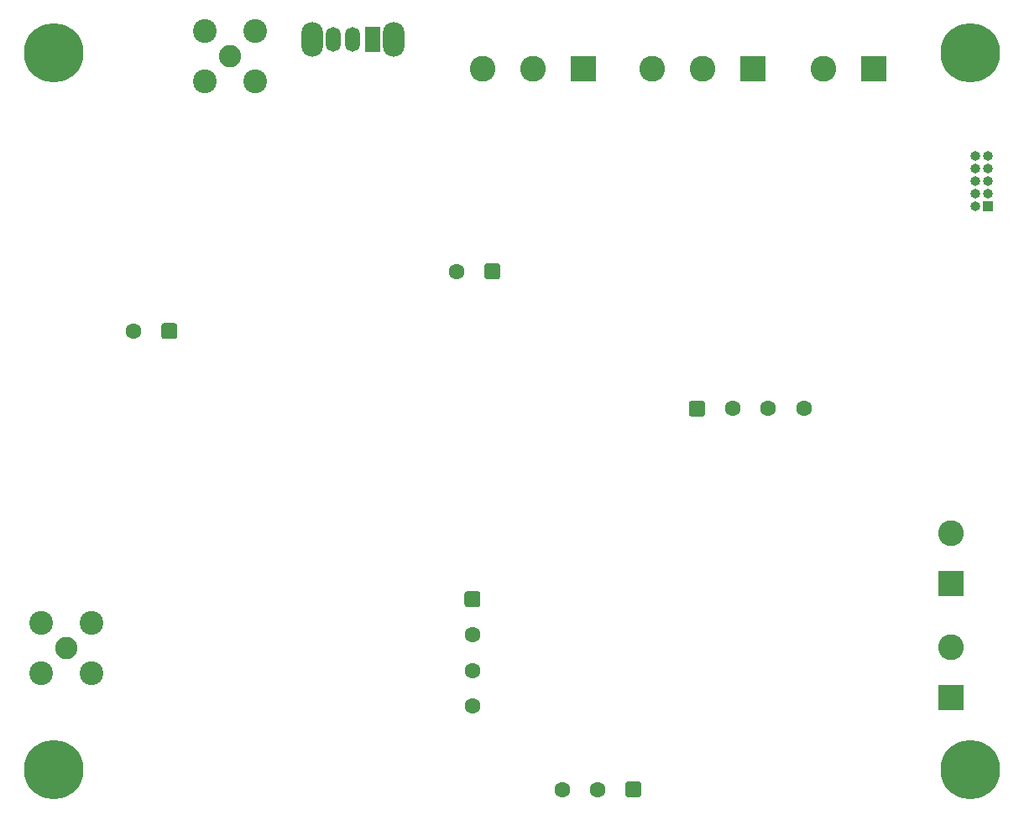
<source format=gbr>
%TF.GenerationSoftware,KiCad,Pcbnew,(5.1.8)-1*%
%TF.CreationDate,2021-01-18T01:00:06-05:00*%
%TF.ProjectId,Mercury,4d657263-7572-4792-9e6b-696361645f70,rev?*%
%TF.SameCoordinates,Original*%
%TF.FileFunction,Soldermask,Bot*%
%TF.FilePolarity,Negative*%
%FSLAX46Y46*%
G04 Gerber Fmt 4.6, Leading zero omitted, Abs format (unit mm)*
G04 Created by KiCad (PCBNEW (5.1.8)-1) date 2021-01-18 01:00:06*
%MOMM*%
%LPD*%
G01*
G04 APERTURE LIST*
%ADD10C,1.600000*%
%ADD11R,2.600000X2.600000*%
%ADD12C,2.600000*%
%ADD13C,6.000000*%
%ADD14C,0.800000*%
%ADD15O,1.000000X1.000000*%
%ADD16R,1.000000X1.000000*%
%ADD17C,2.250000*%
%ADD18C,2.400000*%
%ADD19O,2.200000X3.500000*%
%ADD20O,1.500000X2.500000*%
%ADD21R,1.500000X2.500000*%
G04 APERTURE END LIST*
%TO.C,J5*%
G36*
G01*
X59870000Y-75040000D02*
X60970000Y-75040000D01*
G75*
G02*
X61220000Y-75290000I0J-250000D01*
G01*
X61220000Y-76390000D01*
G75*
G02*
X60970000Y-76640000I-250000J0D01*
G01*
X59870000Y-76640000D01*
G75*
G02*
X59620000Y-76390000I0J250000D01*
G01*
X59620000Y-75290000D01*
G75*
G02*
X59870000Y-75040000I250000J0D01*
G01*
G37*
D10*
X60420000Y-79440000D03*
X60420000Y-83040000D03*
X60420000Y-86640000D03*
%TD*%
D11*
%TO.C,J8*%
X108720000Y-74240000D03*
D12*
X108720000Y-69160000D03*
%TD*%
%TO.C,J3*%
G36*
G01*
X77444500Y-94509500D02*
X77444500Y-95609500D01*
G75*
G02*
X77194500Y-95859500I-250000J0D01*
G01*
X76094500Y-95859500D01*
G75*
G02*
X75844500Y-95609500I0J250000D01*
G01*
X75844500Y-94509500D01*
G75*
G02*
X76094500Y-94259500I250000J0D01*
G01*
X77194500Y-94259500D01*
G75*
G02*
X77444500Y-94509500I0J-250000D01*
G01*
G37*
D10*
X73044500Y-95059500D03*
X69444500Y-95059500D03*
%TD*%
D13*
%TO.C,H4*%
X110620000Y-20640000D03*
D14*
X108370000Y-20640000D03*
X109029010Y-19049010D03*
X110620000Y-18390000D03*
X112210990Y-19049010D03*
X112870000Y-20640000D03*
X112210990Y-22230990D03*
X110620000Y-22890000D03*
X109029010Y-22230990D03*
%TD*%
%TO.C,J6*%
G36*
G01*
X82260000Y-57160000D02*
X82260000Y-56060000D01*
G75*
G02*
X82510000Y-55810000I250000J0D01*
G01*
X83610000Y-55810000D01*
G75*
G02*
X83860000Y-56060000I0J-250000D01*
G01*
X83860000Y-57160000D01*
G75*
G02*
X83610000Y-57410000I-250000J0D01*
G01*
X82510000Y-57410000D01*
G75*
G02*
X82260000Y-57160000I0J250000D01*
G01*
G37*
D10*
X86660000Y-56610000D03*
X90260000Y-56610000D03*
X93860000Y-56610000D03*
%TD*%
%TO.C,J2*%
G36*
G01*
X63220000Y-42190000D02*
X63220000Y-43290000D01*
G75*
G02*
X62970000Y-43540000I-250000J0D01*
G01*
X61870000Y-43540000D01*
G75*
G02*
X61620000Y-43290000I0J250000D01*
G01*
X61620000Y-42190000D01*
G75*
G02*
X61870000Y-41940000I250000J0D01*
G01*
X62970000Y-41940000D01*
G75*
G02*
X63220000Y-42190000I0J-250000D01*
G01*
G37*
X58820000Y-42740000D03*
%TD*%
D13*
%TO.C,H3*%
X18220000Y-20640000D03*
D14*
X15970000Y-20640000D03*
X16629010Y-19049010D03*
X18220000Y-18390000D03*
X19810990Y-19049010D03*
X20470000Y-20640000D03*
X19810990Y-22230990D03*
X18220000Y-22890000D03*
X16629010Y-22230990D03*
%TD*%
D13*
%TO.C,H2*%
X18220000Y-93040000D03*
D14*
X15970000Y-93040000D03*
X16629010Y-91449010D03*
X18220000Y-90790000D03*
X19810990Y-91449010D03*
X20470000Y-93040000D03*
X19810990Y-94630990D03*
X18220000Y-95290000D03*
X16629010Y-94630990D03*
%TD*%
D13*
%TO.C,H1*%
X110620000Y-93040000D03*
D14*
X108370000Y-93040000D03*
X109029010Y-91449010D03*
X110620000Y-90790000D03*
X112210990Y-91449010D03*
X112870000Y-93040000D03*
X112210990Y-94630990D03*
X110620000Y-95290000D03*
X109029010Y-94630990D03*
%TD*%
%TO.C,J4*%
G36*
G01*
X30645000Y-48218000D02*
X30645000Y-49318000D01*
G75*
G02*
X30395000Y-49568000I-250000J0D01*
G01*
X29295000Y-49568000D01*
G75*
G02*
X29045000Y-49318000I0J250000D01*
G01*
X29045000Y-48218000D01*
G75*
G02*
X29295000Y-47968000I250000J0D01*
G01*
X30395000Y-47968000D01*
G75*
G02*
X30645000Y-48218000I0J-250000D01*
G01*
G37*
D10*
X26245000Y-48768000D03*
%TD*%
D15*
%TO.C,J1*%
X111150000Y-31060000D03*
X112420000Y-31060000D03*
X111150000Y-32330000D03*
X112420000Y-32330000D03*
X111150000Y-33600000D03*
X112420000Y-33600000D03*
X111150000Y-34870000D03*
X112420000Y-34870000D03*
X111150000Y-36140000D03*
D16*
X112420000Y-36140000D03*
%TD*%
D12*
%TO.C,J9*%
X61480500Y-22309500D03*
X66560500Y-22309500D03*
D11*
X71640500Y-22309500D03*
%TD*%
%TO.C,J10*%
X88722000Y-22309500D03*
D12*
X83642000Y-22309500D03*
X78562000Y-22309500D03*
%TD*%
%TO.C,J11*%
X95840000Y-22240000D03*
D11*
X100920000Y-22240000D03*
%TD*%
%TO.C,J12*%
X108720000Y-85740000D03*
D12*
X108720000Y-80660000D03*
%TD*%
D17*
%TO.C,J13*%
X35920000Y-21040000D03*
D18*
X38460000Y-23580000D03*
X33380000Y-23580000D03*
X33380000Y-18500000D03*
X38460000Y-18500000D03*
%TD*%
%TO.C,J14*%
X16891000Y-83312000D03*
X21971000Y-83312000D03*
X21971000Y-78232000D03*
X16891000Y-78232000D03*
D17*
X19431000Y-80772000D03*
%TD*%
D19*
%TO.C,SW1*%
X44255500Y-19316700D03*
X52455500Y-19316700D03*
D20*
X46355500Y-19316700D03*
X48355500Y-19316700D03*
D21*
X50355500Y-19316700D03*
%TD*%
M02*

</source>
